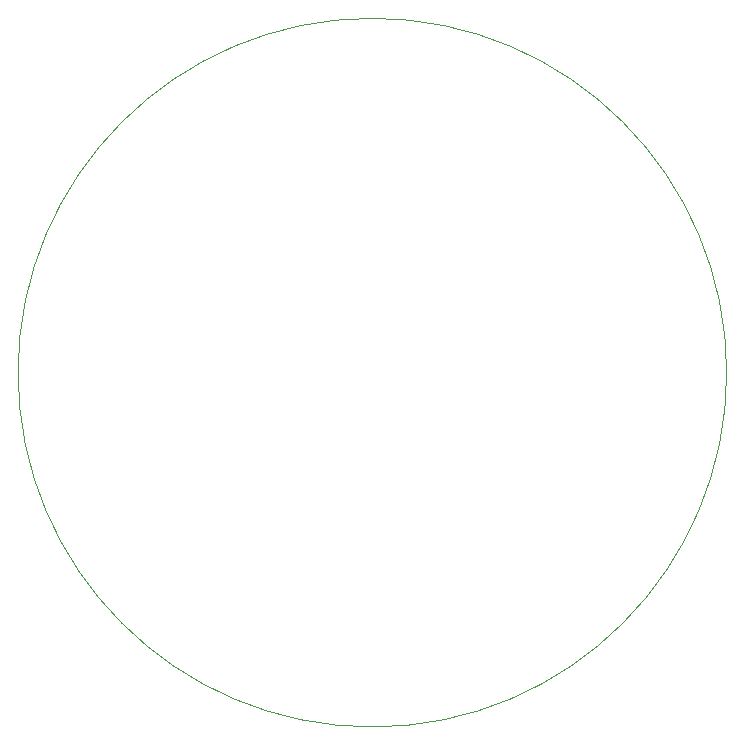
<source format=gbr>
%TF.GenerationSoftware,KiCad,Pcbnew,5.1.9+dfsg1-1~bpo10+1*%
%TF.CreationDate,2022-05-07T14:54:34+02:00*%
%TF.ProjectId,vjeverica-mirror,766a6576-6572-4696-9361-2d6d6972726f,rev?*%
%TF.SameCoordinates,Original*%
%TF.FileFunction,Profile,NP*%
%FSLAX46Y46*%
G04 Gerber Fmt 4.6, Leading zero omitted, Abs format (unit mm)*
G04 Created by KiCad (PCBNEW 5.1.9+dfsg1-1~bpo10+1) date 2022-05-07 14:54:34*
%MOMM*%
%LPD*%
G01*
G04 APERTURE LIST*
%TA.AperFunction,Profile*%
%ADD10C,0.050000*%
%TD*%
G04 APERTURE END LIST*
D10*
X171300000Y-96580000D02*
G75*
G03*
X171300000Y-96580000I-30000000J0D01*
G01*
M02*

</source>
